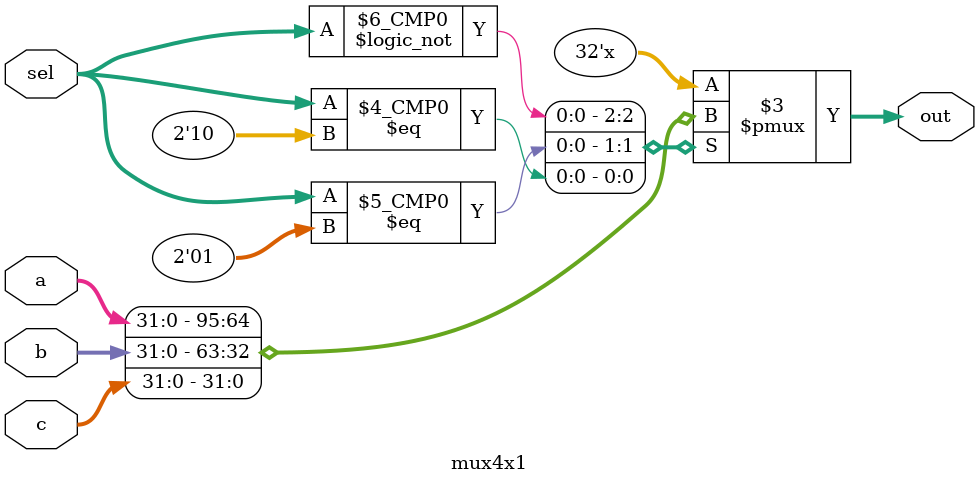
<source format=v>
module mux4x1 (	  
    input wire [1:0] sel,
      input wire [31:0] a,
      input wire [31:0] b,
      input wire [31:0] c,
      output reg [31:0] out
    );
    
    always @ (a or b or c or sel)
        begin
            case(sel)
            2'b00 : out = a;
            2'b01 : out = b;
            2'b10 : out = c;  
            endcase
        end
    endmodule
</source>
